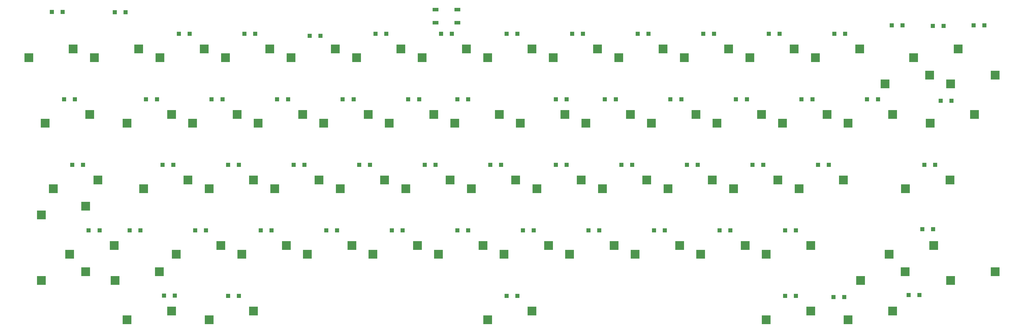
<source format=gbr>
%TF.GenerationSoftware,KiCad,Pcbnew,(6.0.7)*%
%TF.CreationDate,2022-08-27T10:35:01+05:30*%
%TF.ProjectId,unix60pcb,756e6978-3630-4706-9362-2e6b69636164,rev?*%
%TF.SameCoordinates,Original*%
%TF.FileFunction,Paste,Bot*%
%TF.FilePolarity,Positive*%
%FSLAX46Y46*%
G04 Gerber Fmt 4.6, Leading zero omitted, Abs format (unit mm)*
G04 Created by KiCad (PCBNEW (6.0.7)) date 2022-08-27 10:35:01*
%MOMM*%
%LPD*%
G01*
G04 APERTURE LIST*
%ADD10R,2.550000X2.500000*%
%ADD11R,1.200000X1.200000*%
%ADD12R,1.700000X1.000000*%
G04 APERTURE END LIST*
D10*
%TO.C,K57-2*%
X256096000Y-83661200D03*
X269023000Y-81121200D03*
%TD*%
%TO.C,K45-2*%
X17970500Y-83661200D03*
X30897500Y-81121200D03*
%TD*%
%TO.C,K31-2*%
X17970500Y-64611200D03*
X30897500Y-62071200D03*
%TD*%
%TO.C,K63*%
X265398000Y-92551200D03*
X252471000Y-95091200D03*
%TD*%
%TO.C,K62*%
X228659000Y-95091200D03*
X241586000Y-92551200D03*
%TD*%
%TO.C,K61*%
X160623000Y-92551200D03*
X147696000Y-95091200D03*
%TD*%
%TO.C,K60*%
X66733800Y-95091200D03*
X79660800Y-92551200D03*
%TD*%
%TO.C,K59*%
X55848200Y-92551200D03*
X42921200Y-95091200D03*
%TD*%
%TO.C,K58*%
X282289000Y-83661200D03*
X295216000Y-81121200D03*
%TD*%
%TO.C,K57*%
X277304000Y-73501200D03*
X264377000Y-76041200D03*
%TD*%
%TO.C,K56*%
X241586000Y-73501200D03*
X228659000Y-76041200D03*
%TD*%
%TO.C,K55*%
X222536000Y-73501200D03*
X209609000Y-76041200D03*
%TD*%
%TO.C,K54*%
X203486000Y-73501200D03*
X190559000Y-76041200D03*
%TD*%
%TO.C,K53*%
X184436000Y-73501200D03*
X171509000Y-76041200D03*
%TD*%
%TO.C,K52*%
X165386000Y-73501200D03*
X152459000Y-76041200D03*
%TD*%
%TO.C,K51*%
X146336000Y-73501200D03*
X133409000Y-76041200D03*
%TD*%
%TO.C,K50*%
X127286000Y-73501200D03*
X114359000Y-76041200D03*
%TD*%
%TO.C,K49*%
X108236000Y-73501200D03*
X95309000Y-76041200D03*
%TD*%
%TO.C,K48*%
X89185800Y-73501200D03*
X76258800Y-76041200D03*
%TD*%
%TO.C,K47*%
X70135800Y-73501200D03*
X57208800Y-76041200D03*
%TD*%
%TO.C,K46*%
X39401800Y-83661200D03*
X52328800Y-81121200D03*
%TD*%
%TO.C,K45*%
X39179500Y-73501200D03*
X26252500Y-76041200D03*
%TD*%
%TO.C,K44*%
X282067000Y-54451200D03*
X269140000Y-56991200D03*
%TD*%
%TO.C,K42*%
X251111000Y-54451200D03*
X238184000Y-56991200D03*
%TD*%
%TO.C,K41*%
X232061000Y-54451200D03*
X219134000Y-56991200D03*
%TD*%
%TO.C,K40*%
X213011000Y-54451200D03*
X200084000Y-56991200D03*
%TD*%
%TO.C,K39*%
X193961000Y-54451200D03*
X181034000Y-56991200D03*
%TD*%
%TO.C,K38*%
X174911000Y-54451200D03*
X161984000Y-56991200D03*
%TD*%
%TO.C,K37*%
X155861000Y-54451200D03*
X142934000Y-56991200D03*
%TD*%
%TO.C,K36*%
X136811000Y-54451200D03*
X123884000Y-56991200D03*
%TD*%
%TO.C,K35*%
X117761000Y-54451200D03*
X104834000Y-56991200D03*
%TD*%
%TO.C,K34*%
X98710800Y-54451200D03*
X85783800Y-56991200D03*
%TD*%
%TO.C,K33*%
X79660800Y-54451200D03*
X66733800Y-56991200D03*
%TD*%
%TO.C,K32*%
X60610800Y-54451200D03*
X47683800Y-56991200D03*
%TD*%
%TO.C,K31*%
X34417000Y-54451200D03*
X21490000Y-56991200D03*
%TD*%
%TO.C,K30*%
X276284000Y-37941200D03*
X289211000Y-35401200D03*
%TD*%
%TO.C,K29*%
X265398000Y-35401200D03*
X252471000Y-37941200D03*
%TD*%
%TO.C,K28*%
X246348000Y-35401200D03*
X233421000Y-37941200D03*
%TD*%
%TO.C,K27*%
X227298000Y-35401200D03*
X214371000Y-37941200D03*
%TD*%
%TO.C,K26*%
X208248000Y-35401200D03*
X195321000Y-37941200D03*
%TD*%
%TO.C,K25*%
X189198000Y-35401200D03*
X176271000Y-37941200D03*
%TD*%
%TO.C,K24*%
X170148000Y-35401200D03*
X157221000Y-37941200D03*
%TD*%
%TO.C,K23*%
X151098000Y-35401200D03*
X138171000Y-37941200D03*
%TD*%
%TO.C,K22*%
X132048000Y-35401200D03*
X119121000Y-37941200D03*
%TD*%
%TO.C,K21*%
X112998000Y-35401200D03*
X100071000Y-37941200D03*
%TD*%
%TO.C,K20*%
X93948200Y-35401200D03*
X81021200Y-37941200D03*
%TD*%
%TO.C,K19*%
X74898200Y-35401200D03*
X61971200Y-37941200D03*
%TD*%
%TO.C,K18*%
X55848200Y-35401200D03*
X42921200Y-37941200D03*
%TD*%
%TO.C,K17*%
X19108800Y-37941200D03*
X32035800Y-35401200D03*
%TD*%
%TO.C,K16*%
X282289000Y-26511200D03*
X295216000Y-23971200D03*
%TD*%
%TO.C,K15*%
X284448000Y-16351200D03*
X271521000Y-18891200D03*
%TD*%
%TO.C,K14*%
X263239000Y-26511200D03*
X276166000Y-23971200D03*
%TD*%
%TO.C,K13*%
X255873000Y-16351200D03*
X242946000Y-18891200D03*
%TD*%
%TO.C,K12*%
X236823000Y-16351200D03*
X223896000Y-18891200D03*
%TD*%
%TO.C,K11*%
X217773000Y-16351200D03*
X204846000Y-18891200D03*
%TD*%
%TO.C,K10*%
X198723000Y-16351200D03*
X185796000Y-18891200D03*
%TD*%
%TO.C,K9*%
X179673000Y-16351200D03*
X166746000Y-18891200D03*
%TD*%
%TO.C,K8*%
X160623000Y-16351200D03*
X147696000Y-18891200D03*
%TD*%
%TO.C,K7*%
X141573000Y-16351200D03*
X128646000Y-18891200D03*
%TD*%
%TO.C,K6*%
X122523000Y-16351200D03*
X109596000Y-18891200D03*
%TD*%
%TO.C,K5*%
X103473200Y-16351200D03*
X90546200Y-18891200D03*
%TD*%
%TO.C,K4*%
X84423200Y-16351200D03*
X71496200Y-18891200D03*
%TD*%
%TO.C,K3*%
X65373200Y-16351200D03*
X52446200Y-18891200D03*
%TD*%
%TO.C,K2*%
X46323200Y-16351200D03*
X33396200Y-18891200D03*
%TD*%
%TO.C,K1*%
X27273200Y-16351200D03*
X14346200Y-18891200D03*
%TD*%
D11*
%TO.C,D15*%
X277060000Y-9644400D03*
X280210000Y-9644400D03*
%TD*%
%TO.C,D1*%
X24203900Y-5603200D03*
X21053900Y-5603200D03*
%TD*%
%TO.C,D2*%
X42504600Y-5656600D03*
X39354600Y-5656600D03*
%TD*%
%TO.C,D3*%
X61106200Y-11906200D03*
X57956200Y-11906200D03*
%TD*%
%TO.C,D4*%
X80156200Y-11906200D03*
X77006200Y-11906200D03*
%TD*%
%TO.C,D5*%
X99151620Y-12560300D03*
X96001620Y-12560300D03*
%TD*%
%TO.C,D6*%
X115106000Y-11906200D03*
X118256000Y-11906200D03*
%TD*%
%TO.C,D7*%
X134156000Y-11906200D03*
X137306000Y-11906200D03*
%TD*%
%TO.C,D8*%
X153206000Y-11906200D03*
X156356000Y-11906200D03*
%TD*%
%TO.C,D9*%
X175406000Y-11906200D03*
X172256000Y-11906200D03*
%TD*%
%TO.C,D10*%
X194456000Y-11906200D03*
X191306000Y-11906200D03*
%TD*%
%TO.C,D11*%
X213506000Y-11906200D03*
X210356000Y-11906200D03*
%TD*%
%TO.C,D12*%
X232556000Y-11906200D03*
X229406000Y-11906200D03*
%TD*%
%TO.C,D13*%
X251606000Y-11906200D03*
X248456000Y-11906200D03*
%TD*%
%TO.C,D14*%
X268275000Y-9525000D03*
X265125000Y-9525000D03*
%TD*%
%TO.C,D16*%
X288937000Y-9525000D03*
X292087000Y-9525000D03*
%TD*%
%TO.C,D17*%
X24618800Y-30956200D03*
X27768800Y-30956200D03*
%TD*%
%TO.C,D18*%
X48431200Y-30956200D03*
X51581200Y-30956200D03*
%TD*%
%TO.C,D19*%
X67481200Y-30956200D03*
X70631200Y-30956200D03*
%TD*%
%TO.C,D20*%
X86531200Y-30956200D03*
X89681200Y-30956200D03*
%TD*%
%TO.C,D21*%
X105581000Y-30956200D03*
X108731000Y-30956200D03*
%TD*%
%TO.C,D22*%
X124631000Y-30956200D03*
X127781000Y-30956200D03*
%TD*%
%TO.C,D23*%
X142069000Y-30956200D03*
X138919000Y-30956200D03*
%TD*%
%TO.C,D24*%
X170644000Y-30956200D03*
X167494000Y-30956200D03*
%TD*%
%TO.C,D25*%
X184931000Y-30956200D03*
X181781000Y-30956200D03*
%TD*%
%TO.C,D26*%
X203981000Y-30956200D03*
X200831000Y-30956200D03*
%TD*%
%TO.C,D27*%
X223031000Y-30956200D03*
X219881000Y-30956200D03*
%TD*%
%TO.C,D28*%
X242081000Y-30956200D03*
X238931000Y-30956200D03*
%TD*%
%TO.C,D29*%
X261131000Y-30956200D03*
X257981000Y-30956200D03*
%TD*%
%TO.C,D30*%
X279362000Y-31399500D03*
X282512000Y-31399500D03*
%TD*%
%TO.C,D31*%
X27000000Y-50006200D03*
X30150000Y-50006200D03*
%TD*%
%TO.C,D32*%
X56343800Y-50006200D03*
X53193800Y-50006200D03*
%TD*%
%TO.C,D33*%
X75393800Y-50006200D03*
X72243800Y-50006200D03*
%TD*%
%TO.C,D34*%
X91293800Y-50006200D03*
X94443800Y-50006200D03*
%TD*%
%TO.C,D35*%
X110344000Y-50006200D03*
X113494000Y-50006200D03*
%TD*%
%TO.C,D36*%
X132544000Y-50006200D03*
X129394000Y-50006200D03*
%TD*%
%TO.C,D37*%
X148444000Y-50006200D03*
X151594000Y-50006200D03*
%TD*%
%TO.C,D38*%
X167494000Y-50006200D03*
X170644000Y-50006200D03*
%TD*%
%TO.C,D39*%
X186544000Y-50006200D03*
X189694000Y-50006200D03*
%TD*%
%TO.C,D40*%
X205594000Y-50006200D03*
X208744000Y-50006200D03*
%TD*%
%TO.C,D41*%
X224644000Y-50006200D03*
X227794000Y-50006200D03*
%TD*%
%TO.C,D42*%
X246844000Y-50006200D03*
X243694000Y-50006200D03*
%TD*%
%TO.C,D44*%
X277800000Y-50006200D03*
X274650000Y-50006200D03*
%TD*%
%TO.C,D45*%
X34912500Y-69056200D03*
X31762500Y-69056200D03*
%TD*%
%TO.C,D46*%
X46818800Y-69056200D03*
X43668800Y-69056200D03*
%TD*%
%TO.C,D47*%
X65868800Y-69056200D03*
X62718800Y-69056200D03*
%TD*%
%TO.C,D48*%
X81768800Y-69056200D03*
X84918800Y-69056200D03*
%TD*%
%TO.C,D49*%
X100819000Y-69056200D03*
X103969000Y-69056200D03*
%TD*%
%TO.C,D50*%
X119869000Y-69056200D03*
X123019000Y-69056200D03*
%TD*%
%TO.C,D51*%
X138919000Y-69056200D03*
X142069000Y-69056200D03*
%TD*%
%TO.C,D52*%
X157969000Y-69056200D03*
X161119000Y-69056200D03*
%TD*%
%TO.C,D53*%
X177019000Y-69056200D03*
X180169000Y-69056200D03*
%TD*%
%TO.C,D54*%
X196069000Y-69056200D03*
X199219000Y-69056200D03*
%TD*%
%TO.C,D55*%
X215119000Y-69056200D03*
X218269000Y-69056200D03*
%TD*%
%TO.C,D56*%
X237319000Y-69056200D03*
X234169000Y-69056200D03*
%TD*%
%TO.C,D57*%
X277162000Y-68737500D03*
X274012000Y-68737500D03*
%TD*%
%TO.C,D58*%
X273195000Y-87886500D03*
X270045000Y-87886500D03*
%TD*%
%TO.C,D59*%
X56766700Y-88051600D03*
X53616700Y-88051600D03*
%TD*%
%TO.C,D60*%
X72243800Y-88106200D03*
X75393800Y-88106200D03*
%TD*%
%TO.C,D61*%
X153206000Y-88106200D03*
X156356000Y-88106200D03*
%TD*%
%TO.C,D62*%
X234169000Y-88106200D03*
X237319000Y-88106200D03*
%TD*%
%TO.C,D63*%
X248196000Y-88503800D03*
X251346000Y-88503800D03*
%TD*%
D12*
%TO.C,SW1*%
X138881000Y-4900000D03*
X132581000Y-4900000D03*
X138881000Y-8700000D03*
X132581000Y-8700000D03*
%TD*%
M02*

</source>
